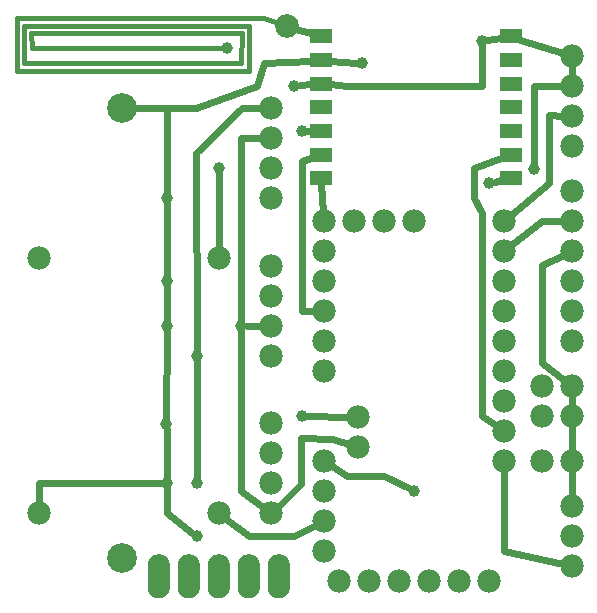
<source format=gtl>
G04 MADE WITH FRITZING*
G04 WWW.FRITZING.ORG*
G04 DOUBLE SIDED*
G04 HOLES PLATED*
G04 CONTOUR ON CENTER OF CONTOUR VECTOR*
%ASAXBY*%
%FSLAX23Y23*%
%MOIN*%
%OFA0B0*%
%SFA1.0B1.0*%
%ADD10C,0.039370*%
%ADD11C,0.079370*%
%ADD12C,0.099055*%
%ADD13C,0.078000*%
%ADD14C,0.074000*%
%ADD15R,0.075569X0.049806*%
%ADD16R,0.075569X0.049847*%
%ADD17C,0.024000*%
%ADD18C,0.016000*%
%ADD19R,0.001000X0.001000*%
%LNCOPPER1*%
G90*
G70*
G54D10*
X746Y1833D03*
X971Y1708D03*
G54D11*
X946Y1908D03*
G54D12*
X396Y133D03*
X396Y1633D03*
G54D10*
X1621Y1383D03*
G54D13*
X1896Y1808D03*
X1896Y1708D03*
X1896Y1608D03*
X1896Y1508D03*
X1896Y1358D03*
X1896Y1258D03*
X1896Y1158D03*
X1121Y58D03*
X1221Y58D03*
X1321Y58D03*
X1421Y58D03*
X1521Y58D03*
X1621Y58D03*
X1671Y458D03*
X1671Y558D03*
X1671Y658D03*
X1671Y758D03*
X1671Y858D03*
X1671Y958D03*
X1671Y1058D03*
X1671Y1158D03*
X1671Y1258D03*
X1671Y458D03*
X1671Y558D03*
X1671Y658D03*
X1671Y758D03*
X1671Y858D03*
X1671Y958D03*
X1671Y1058D03*
X1671Y1158D03*
X1671Y1258D03*
X1184Y604D03*
X1184Y504D03*
X1184Y604D03*
X1184Y504D03*
X894Y283D03*
X894Y383D03*
X894Y483D03*
X894Y583D03*
G54D10*
X1596Y1858D03*
G54D13*
X1071Y1258D03*
X1071Y1158D03*
X1071Y1058D03*
X1071Y958D03*
X1071Y858D03*
X1071Y758D03*
G54D10*
X1196Y1783D03*
G54D13*
X1071Y458D03*
X1071Y358D03*
X1071Y258D03*
X1071Y158D03*
X894Y1333D03*
X894Y1433D03*
X894Y1533D03*
X894Y1633D03*
G54D10*
X546Y1333D03*
X646Y383D03*
G54D13*
X1896Y708D03*
X1796Y708D03*
X1896Y708D03*
X1796Y708D03*
X1896Y608D03*
X1796Y608D03*
X1896Y608D03*
X1796Y608D03*
X1796Y458D03*
X1896Y458D03*
X1796Y458D03*
X1896Y458D03*
G54D10*
X1770Y1432D03*
G54D13*
X121Y283D03*
X121Y283D03*
X121Y1133D03*
X121Y1133D03*
X721Y1133D03*
X721Y1133D03*
X721Y283D03*
X721Y283D03*
G54D10*
X547Y383D03*
G54D14*
X721Y108D03*
X721Y108D03*
X721Y108D03*
X821Y108D03*
X821Y108D03*
X821Y108D03*
X921Y108D03*
X921Y108D03*
X921Y108D03*
X621Y108D03*
X621Y108D03*
X621Y108D03*
X521Y108D03*
X521Y108D03*
X521Y108D03*
G54D13*
X1171Y1258D03*
X1271Y1258D03*
X1371Y1258D03*
G54D10*
X996Y1558D03*
G54D13*
X1896Y108D03*
X1896Y208D03*
X1896Y308D03*
G54D10*
X1371Y358D03*
G54D13*
X894Y808D03*
X894Y908D03*
X894Y1008D03*
X894Y1108D03*
G54D10*
X996Y608D03*
X646Y207D03*
X719Y1433D03*
X546Y1058D03*
X545Y582D03*
X647Y809D03*
G54D13*
X1896Y1058D03*
X1896Y958D03*
X1896Y858D03*
G54D10*
X795Y907D03*
X546Y908D03*
G54D15*
X1059Y1400D03*
G54D16*
X1059Y1479D03*
G54D15*
X1059Y1558D03*
X1059Y1636D03*
X1059Y1715D03*
X1059Y1794D03*
X1059Y1873D03*
X1693Y1873D03*
X1693Y1794D03*
X1693Y1715D03*
X1693Y1636D03*
X1693Y1558D03*
G54D16*
X1693Y1479D03*
G54D15*
X1693Y1400D03*
G54D17*
X1660Y1467D02*
X1570Y1433D01*
G54D18*
D02*
X96Y1833D02*
X95Y1885D01*
G54D17*
D02*
X1596Y609D02*
X1646Y575D01*
D02*
X1570Y1433D02*
X1570Y1334D01*
G54D18*
D02*
X872Y1934D02*
X917Y1918D01*
D02*
X95Y1885D02*
X796Y1885D01*
D02*
X732Y1833D02*
X96Y1833D01*
D02*
X796Y1885D02*
X795Y1784D01*
D02*
X795Y1784D02*
X69Y1784D01*
D02*
X69Y1784D02*
X72Y1908D01*
D02*
X72Y1908D02*
X822Y1908D01*
D02*
X822Y1908D02*
X821Y1758D01*
D02*
X821Y1758D02*
X46Y1758D01*
D02*
X46Y1758D02*
X47Y1934D01*
D02*
X47Y1934D02*
X872Y1934D01*
G54D17*
D02*
X975Y1899D02*
X1027Y1883D01*
D02*
X1027Y1713D02*
X990Y1710D01*
D02*
X1639Y1388D02*
X1660Y1393D01*
D02*
X1660Y1867D02*
X1615Y1861D01*
D02*
X1146Y1709D02*
X1092Y1713D01*
D02*
X1596Y1708D02*
X1146Y1709D01*
D02*
X1596Y1839D02*
X1596Y1708D01*
D02*
X1177Y1785D02*
X1092Y1791D01*
D02*
X1027Y1792D02*
X870Y1784D01*
D02*
X546Y1634D02*
X436Y1633D01*
D02*
X870Y1784D02*
X847Y1708D01*
D02*
X1896Y1739D02*
X1896Y1778D01*
D02*
X847Y1708D02*
X645Y1634D01*
D02*
X1867Y1817D02*
X1725Y1862D01*
D02*
X1866Y1258D02*
X1796Y1259D01*
D02*
X995Y533D02*
X1096Y532D01*
D02*
X1096Y532D02*
X1155Y513D01*
D02*
X916Y304D02*
X995Y382D01*
D02*
X995Y382D02*
X995Y533D01*
D02*
X1061Y1381D02*
X1068Y1288D01*
D02*
X1027Y1558D02*
X1015Y1558D01*
D02*
X997Y1458D02*
X997Y957D01*
D02*
X1027Y1468D02*
X997Y1458D01*
D02*
X997Y957D02*
X1041Y958D01*
D02*
X1015Y608D02*
X1154Y604D01*
D02*
X795Y359D02*
X870Y302D01*
D02*
X795Y888D02*
X795Y359D01*
D02*
X795Y1534D02*
X795Y926D01*
D02*
X864Y1534D02*
X795Y1534D01*
D02*
X647Y790D02*
X646Y402D01*
D02*
X797Y1633D02*
X645Y1484D01*
D02*
X864Y1633D02*
X797Y1633D01*
D02*
X645Y1484D02*
X647Y828D01*
D02*
X1822Y1383D02*
X1822Y1610D01*
D02*
X1822Y1610D02*
X1866Y1609D01*
D02*
X1694Y1278D02*
X1822Y1383D01*
D02*
X546Y1634D02*
X436Y1633D01*
D02*
X546Y1634D02*
X546Y1352D01*
D02*
X1896Y678D02*
X1896Y639D01*
D02*
X1271Y408D02*
X1146Y408D01*
D02*
X1146Y408D02*
X1096Y442D01*
D02*
X1354Y367D02*
X1271Y408D01*
D02*
X547Y364D02*
X547Y284D01*
D02*
X547Y284D02*
X631Y219D01*
D02*
X1869Y1145D02*
X1797Y1110D01*
D02*
X1797Y1110D02*
X1796Y783D01*
D02*
X1796Y783D02*
X1872Y726D01*
D02*
X1770Y1451D02*
X1771Y1709D01*
D02*
X1771Y1709D02*
X1866Y1708D01*
D02*
X821Y208D02*
X745Y265D01*
D02*
X972Y208D02*
X821Y208D01*
D02*
X1044Y245D02*
X972Y208D01*
D02*
X120Y383D02*
X121Y314D01*
D02*
X528Y383D02*
X120Y383D01*
D02*
X546Y1077D02*
X546Y1314D01*
D02*
X546Y927D02*
X546Y1039D01*
D02*
X545Y601D02*
X546Y889D01*
D02*
X547Y402D02*
X546Y563D01*
D02*
X1596Y1285D02*
X1596Y609D01*
D02*
X1570Y1334D02*
X1596Y1285D01*
D02*
X1896Y489D02*
X1896Y578D01*
D02*
X1896Y428D02*
X1896Y339D01*
D02*
X1866Y115D02*
X1671Y159D01*
D02*
X1671Y159D02*
X1671Y428D01*
D02*
X719Y1414D02*
X721Y1164D01*
D02*
X814Y908D02*
X864Y908D01*
D02*
X1796Y1259D02*
X1694Y1177D01*
D02*
X645Y1634D02*
X546Y1634D01*
G54D19*
X513Y146D02*
X527Y146D01*
X613Y146D02*
X627Y146D01*
X713Y146D02*
X727Y146D01*
X813Y146D02*
X827Y146D01*
X913Y146D02*
X927Y146D01*
X509Y145D02*
X531Y145D01*
X609Y145D02*
X631Y145D01*
X709Y145D02*
X731Y145D01*
X809Y145D02*
X831Y145D01*
X909Y145D02*
X931Y145D01*
X506Y144D02*
X534Y144D01*
X606Y144D02*
X634Y144D01*
X706Y144D02*
X734Y144D01*
X806Y144D02*
X834Y144D01*
X906Y144D02*
X934Y144D01*
X504Y143D02*
X536Y143D01*
X604Y143D02*
X636Y143D01*
X704Y143D02*
X736Y143D01*
X804Y143D02*
X836Y143D01*
X904Y143D02*
X936Y143D01*
X502Y142D02*
X538Y142D01*
X602Y142D02*
X638Y142D01*
X702Y142D02*
X738Y142D01*
X802Y142D02*
X838Y142D01*
X902Y142D02*
X938Y142D01*
X501Y141D02*
X540Y141D01*
X601Y141D02*
X640Y141D01*
X701Y141D02*
X739Y141D01*
X801Y141D02*
X839Y141D01*
X901Y141D02*
X939Y141D01*
X499Y140D02*
X541Y140D01*
X599Y140D02*
X641Y140D01*
X699Y140D02*
X741Y140D01*
X799Y140D02*
X841Y140D01*
X899Y140D02*
X941Y140D01*
X498Y139D02*
X542Y139D01*
X598Y139D02*
X642Y139D01*
X698Y139D02*
X742Y139D01*
X798Y139D02*
X842Y139D01*
X898Y139D02*
X942Y139D01*
X497Y138D02*
X544Y138D01*
X597Y138D02*
X644Y138D01*
X697Y138D02*
X744Y138D01*
X797Y138D02*
X844Y138D01*
X897Y138D02*
X943Y138D01*
X496Y137D02*
X545Y137D01*
X595Y137D02*
X645Y137D01*
X695Y137D02*
X745Y137D01*
X795Y137D02*
X845Y137D01*
X895Y137D02*
X945Y137D01*
X494Y136D02*
X546Y136D01*
X594Y136D02*
X646Y136D01*
X694Y136D02*
X746Y136D01*
X794Y136D02*
X846Y136D01*
X894Y136D02*
X946Y136D01*
X494Y135D02*
X547Y135D01*
X593Y135D02*
X647Y135D01*
X693Y135D02*
X747Y135D01*
X793Y135D02*
X847Y135D01*
X893Y135D02*
X947Y135D01*
X493Y134D02*
X548Y134D01*
X593Y134D02*
X648Y134D01*
X693Y134D02*
X748Y134D01*
X793Y134D02*
X848Y134D01*
X892Y134D02*
X948Y134D01*
X492Y133D02*
X548Y133D01*
X592Y133D02*
X648Y133D01*
X692Y133D02*
X748Y133D01*
X792Y133D02*
X848Y133D01*
X892Y133D02*
X948Y133D01*
X491Y132D02*
X549Y132D01*
X591Y132D02*
X649Y132D01*
X691Y132D02*
X749Y132D01*
X791Y132D02*
X849Y132D01*
X891Y132D02*
X949Y132D01*
X490Y131D02*
X514Y131D01*
X526Y131D02*
X550Y131D01*
X590Y131D02*
X614Y131D01*
X626Y131D02*
X650Y131D01*
X690Y131D02*
X714Y131D01*
X726Y131D02*
X750Y131D01*
X790Y131D02*
X814Y131D01*
X826Y131D02*
X850Y131D01*
X890Y131D02*
X914Y131D01*
X926Y131D02*
X950Y131D01*
X490Y130D02*
X511Y130D01*
X529Y130D02*
X551Y130D01*
X590Y130D02*
X611Y130D01*
X629Y130D02*
X651Y130D01*
X690Y130D02*
X711Y130D01*
X729Y130D02*
X751Y130D01*
X790Y130D02*
X811Y130D01*
X829Y130D02*
X851Y130D01*
X889Y130D02*
X911Y130D01*
X929Y130D02*
X951Y130D01*
X489Y129D02*
X509Y129D01*
X531Y129D02*
X551Y129D01*
X589Y129D02*
X609Y129D01*
X631Y129D02*
X651Y129D01*
X689Y129D02*
X709Y129D01*
X731Y129D02*
X751Y129D01*
X789Y129D02*
X809Y129D01*
X831Y129D02*
X851Y129D01*
X889Y129D02*
X909Y129D01*
X931Y129D02*
X951Y129D01*
X488Y128D02*
X507Y128D01*
X533Y128D02*
X552Y128D01*
X588Y128D02*
X607Y128D01*
X633Y128D02*
X652Y128D01*
X688Y128D02*
X707Y128D01*
X733Y128D02*
X752Y128D01*
X788Y128D02*
X807Y128D01*
X833Y128D02*
X852Y128D01*
X888Y128D02*
X907Y128D01*
X933Y128D02*
X952Y128D01*
X488Y127D02*
X506Y127D01*
X534Y127D02*
X552Y127D01*
X588Y127D02*
X606Y127D01*
X634Y127D02*
X652Y127D01*
X688Y127D02*
X706Y127D01*
X734Y127D02*
X752Y127D01*
X788Y127D02*
X806Y127D01*
X834Y127D02*
X852Y127D01*
X888Y127D02*
X906Y127D01*
X934Y127D02*
X952Y127D01*
X487Y126D02*
X505Y126D01*
X535Y126D02*
X553Y126D01*
X587Y126D02*
X605Y126D01*
X635Y126D02*
X653Y126D01*
X687Y126D02*
X705Y126D01*
X735Y126D02*
X753Y126D01*
X787Y126D02*
X805Y126D01*
X835Y126D02*
X853Y126D01*
X887Y126D02*
X905Y126D01*
X935Y126D02*
X953Y126D01*
X487Y125D02*
X504Y125D01*
X537Y125D02*
X553Y125D01*
X587Y125D02*
X604Y125D01*
X636Y125D02*
X653Y125D01*
X687Y125D02*
X704Y125D01*
X736Y125D02*
X753Y125D01*
X787Y125D02*
X804Y125D01*
X836Y125D02*
X853Y125D01*
X887Y125D02*
X904Y125D01*
X936Y125D02*
X953Y125D01*
X486Y124D02*
X503Y124D01*
X537Y124D02*
X554Y124D01*
X586Y124D02*
X603Y124D01*
X637Y124D02*
X654Y124D01*
X686Y124D02*
X703Y124D01*
X737Y124D02*
X754Y124D01*
X786Y124D02*
X803Y124D01*
X837Y124D02*
X854Y124D01*
X886Y124D02*
X903Y124D01*
X937Y124D02*
X954Y124D01*
X486Y123D02*
X502Y123D01*
X538Y123D02*
X554Y123D01*
X586Y123D02*
X602Y123D01*
X638Y123D02*
X654Y123D01*
X686Y123D02*
X702Y123D01*
X738Y123D02*
X754Y123D01*
X786Y123D02*
X802Y123D01*
X838Y123D02*
X854Y123D01*
X886Y123D02*
X902Y123D01*
X938Y123D02*
X954Y123D01*
X486Y122D02*
X501Y122D01*
X539Y122D02*
X555Y122D01*
X586Y122D02*
X601Y122D01*
X639Y122D02*
X654Y122D01*
X686Y122D02*
X701Y122D01*
X739Y122D02*
X754Y122D01*
X786Y122D02*
X801Y122D01*
X839Y122D02*
X854Y122D01*
X886Y122D02*
X901Y122D01*
X939Y122D02*
X954Y122D01*
X485Y121D02*
X501Y121D01*
X539Y121D02*
X555Y121D01*
X585Y121D02*
X601Y121D01*
X639Y121D02*
X655Y121D01*
X685Y121D02*
X701Y121D01*
X739Y121D02*
X755Y121D01*
X785Y121D02*
X801Y121D01*
X839Y121D02*
X855Y121D01*
X885Y121D02*
X901Y121D01*
X939Y121D02*
X955Y121D01*
X485Y120D02*
X500Y120D01*
X540Y120D02*
X555Y120D01*
X585Y120D02*
X600Y120D01*
X640Y120D02*
X655Y120D01*
X685Y120D02*
X700Y120D01*
X740Y120D02*
X755Y120D01*
X785Y120D02*
X800Y120D01*
X840Y120D02*
X855Y120D01*
X885Y120D02*
X900Y120D01*
X940Y120D02*
X955Y120D01*
X485Y119D02*
X500Y119D01*
X541Y119D02*
X555Y119D01*
X585Y119D02*
X600Y119D01*
X641Y119D02*
X655Y119D01*
X685Y119D02*
X700Y119D01*
X741Y119D02*
X755Y119D01*
X785Y119D02*
X800Y119D01*
X840Y119D02*
X855Y119D01*
X885Y119D02*
X900Y119D01*
X940Y119D02*
X955Y119D01*
X485Y118D02*
X499Y118D01*
X541Y118D02*
X556Y118D01*
X585Y118D02*
X599Y118D01*
X641Y118D02*
X656Y118D01*
X684Y118D02*
X699Y118D01*
X741Y118D02*
X756Y118D01*
X784Y118D02*
X799Y118D01*
X841Y118D02*
X856Y118D01*
X884Y118D02*
X899Y118D01*
X941Y118D02*
X956Y118D01*
X484Y117D02*
X499Y117D01*
X541Y117D02*
X556Y117D01*
X584Y117D02*
X599Y117D01*
X641Y117D02*
X656Y117D01*
X684Y117D02*
X699Y117D01*
X741Y117D02*
X756Y117D01*
X784Y117D02*
X799Y117D01*
X841Y117D02*
X856Y117D01*
X884Y117D02*
X899Y117D01*
X941Y117D02*
X956Y117D01*
X484Y116D02*
X499Y116D01*
X542Y116D02*
X556Y116D01*
X584Y116D02*
X599Y116D01*
X642Y116D02*
X656Y116D01*
X684Y116D02*
X699Y116D01*
X742Y116D02*
X756Y116D01*
X784Y116D02*
X799Y116D01*
X842Y116D02*
X856Y116D01*
X884Y116D02*
X898Y116D01*
X942Y116D02*
X956Y116D01*
X484Y115D02*
X498Y115D01*
X542Y115D02*
X556Y115D01*
X584Y115D02*
X598Y115D01*
X642Y115D02*
X656Y115D01*
X684Y115D02*
X698Y115D01*
X742Y115D02*
X756Y115D01*
X784Y115D02*
X798Y115D01*
X842Y115D02*
X856Y115D01*
X884Y115D02*
X898Y115D01*
X942Y115D02*
X956Y115D01*
X484Y114D02*
X498Y114D01*
X542Y114D02*
X556Y114D01*
X584Y114D02*
X598Y114D01*
X642Y114D02*
X656Y114D01*
X684Y114D02*
X698Y114D01*
X742Y114D02*
X756Y114D01*
X784Y114D02*
X798Y114D01*
X842Y114D02*
X856Y114D01*
X884Y114D02*
X898Y114D01*
X942Y114D02*
X956Y114D01*
X484Y113D02*
X498Y113D01*
X542Y113D02*
X556Y113D01*
X584Y113D02*
X598Y113D01*
X642Y113D02*
X656Y113D01*
X684Y113D02*
X698Y113D01*
X742Y113D02*
X756Y113D01*
X784Y113D02*
X798Y113D01*
X842Y113D02*
X856Y113D01*
X884Y113D02*
X898Y113D01*
X942Y113D02*
X956Y113D01*
X484Y112D02*
X498Y112D01*
X542Y112D02*
X556Y112D01*
X584Y112D02*
X598Y112D01*
X642Y112D02*
X656Y112D01*
X684Y112D02*
X698Y112D01*
X742Y112D02*
X756Y112D01*
X784Y112D02*
X798Y112D01*
X842Y112D02*
X856Y112D01*
X884Y112D02*
X898Y112D01*
X942Y112D02*
X956Y112D01*
X484Y111D02*
X498Y111D01*
X543Y111D02*
X557Y111D01*
X584Y111D02*
X598Y111D01*
X643Y111D02*
X657Y111D01*
X684Y111D02*
X698Y111D01*
X742Y111D02*
X756Y111D01*
X784Y111D02*
X798Y111D01*
X842Y111D02*
X856Y111D01*
X884Y111D02*
X898Y111D01*
X942Y111D02*
X956Y111D01*
X484Y110D02*
X498Y110D01*
X543Y110D02*
X557Y110D01*
X584Y110D02*
X598Y110D01*
X643Y110D02*
X657Y110D01*
X684Y110D02*
X698Y110D01*
X743Y110D02*
X757Y110D01*
X784Y110D02*
X798Y110D01*
X843Y110D02*
X857Y110D01*
X884Y110D02*
X898Y110D01*
X942Y110D02*
X956Y110D01*
X484Y109D02*
X498Y109D01*
X543Y109D02*
X557Y109D01*
X584Y109D02*
X598Y109D01*
X643Y109D02*
X657Y109D01*
X684Y109D02*
X698Y109D01*
X743Y109D02*
X757Y109D01*
X784Y109D02*
X798Y109D01*
X842Y109D02*
X857Y109D01*
X884Y109D02*
X898Y109D01*
X942Y109D02*
X956Y109D01*
X484Y108D02*
X498Y108D01*
X542Y108D02*
X557Y108D01*
X584Y108D02*
X598Y108D01*
X642Y108D02*
X657Y108D01*
X684Y108D02*
X698Y108D01*
X742Y108D02*
X757Y108D01*
X784Y108D02*
X798Y108D01*
X842Y108D02*
X857Y108D01*
X884Y108D02*
X898Y108D01*
X942Y108D02*
X956Y108D01*
X484Y107D02*
X498Y107D01*
X542Y107D02*
X557Y107D01*
X584Y107D02*
X598Y107D01*
X642Y107D02*
X657Y107D01*
X684Y107D02*
X698Y107D01*
X742Y107D02*
X757Y107D01*
X784Y107D02*
X798Y107D01*
X842Y107D02*
X857Y107D01*
X884Y107D02*
X898Y107D01*
X942Y107D02*
X956Y107D01*
X484Y106D02*
X498Y106D01*
X542Y106D02*
X557Y106D01*
X584Y106D02*
X598Y106D01*
X642Y106D02*
X657Y106D01*
X684Y106D02*
X698Y106D01*
X742Y106D02*
X757Y106D01*
X784Y106D02*
X798Y106D01*
X842Y106D02*
X857Y106D01*
X884Y106D02*
X898Y106D01*
X942Y106D02*
X956Y106D01*
X484Y105D02*
X498Y105D01*
X542Y105D02*
X557Y105D01*
X584Y105D02*
X598Y105D01*
X642Y105D02*
X657Y105D01*
X684Y105D02*
X698Y105D01*
X742Y105D02*
X757Y105D01*
X784Y105D02*
X798Y105D01*
X842Y105D02*
X857Y105D01*
X884Y105D02*
X898Y105D01*
X942Y105D02*
X956Y105D01*
X484Y104D02*
X498Y104D01*
X542Y104D02*
X557Y104D01*
X584Y104D02*
X598Y104D01*
X642Y104D02*
X657Y104D01*
X684Y104D02*
X698Y104D01*
X742Y104D02*
X757Y104D01*
X784Y104D02*
X798Y104D01*
X842Y104D02*
X857Y104D01*
X884Y104D02*
X898Y104D01*
X942Y104D02*
X956Y104D01*
X484Y103D02*
X499Y103D01*
X541Y103D02*
X557Y103D01*
X584Y103D02*
X599Y103D01*
X641Y103D02*
X657Y103D01*
X684Y103D02*
X699Y103D01*
X741Y103D02*
X757Y103D01*
X784Y103D02*
X799Y103D01*
X841Y103D02*
X857Y103D01*
X884Y103D02*
X899Y103D01*
X941Y103D02*
X956Y103D01*
X484Y102D02*
X499Y102D01*
X541Y102D02*
X557Y102D01*
X584Y102D02*
X599Y102D01*
X641Y102D02*
X657Y102D01*
X684Y102D02*
X699Y102D01*
X741Y102D02*
X757Y102D01*
X784Y102D02*
X799Y102D01*
X841Y102D02*
X857Y102D01*
X884Y102D02*
X899Y102D01*
X941Y102D02*
X956Y102D01*
X484Y101D02*
X500Y101D01*
X541Y101D02*
X557Y101D01*
X584Y101D02*
X599Y101D01*
X641Y101D02*
X657Y101D01*
X684Y101D02*
X699Y101D01*
X741Y101D02*
X757Y101D01*
X784Y101D02*
X799Y101D01*
X841Y101D02*
X857Y101D01*
X884Y101D02*
X899Y101D01*
X941Y101D02*
X956Y101D01*
X484Y100D02*
X500Y100D01*
X540Y100D02*
X557Y100D01*
X584Y100D02*
X600Y100D01*
X640Y100D02*
X657Y100D01*
X684Y100D02*
X700Y100D01*
X740Y100D02*
X757Y100D01*
X784Y100D02*
X800Y100D01*
X840Y100D02*
X857Y100D01*
X884Y100D02*
X900Y100D01*
X940Y100D02*
X956Y100D01*
X484Y99D02*
X501Y99D01*
X540Y99D02*
X557Y99D01*
X584Y99D02*
X601Y99D01*
X640Y99D02*
X657Y99D01*
X684Y99D02*
X701Y99D01*
X740Y99D02*
X757Y99D01*
X784Y99D02*
X801Y99D01*
X840Y99D02*
X857Y99D01*
X884Y99D02*
X900Y99D01*
X940Y99D02*
X956Y99D01*
X484Y98D02*
X501Y98D01*
X539Y98D02*
X557Y98D01*
X584Y98D02*
X601Y98D01*
X639Y98D02*
X657Y98D01*
X684Y98D02*
X701Y98D01*
X739Y98D02*
X757Y98D01*
X784Y98D02*
X801Y98D01*
X839Y98D02*
X857Y98D01*
X884Y98D02*
X901Y98D01*
X939Y98D02*
X956Y98D01*
X484Y97D02*
X502Y97D01*
X538Y97D02*
X557Y97D01*
X584Y97D02*
X602Y97D01*
X638Y97D02*
X657Y97D01*
X684Y97D02*
X702Y97D01*
X738Y97D02*
X757Y97D01*
X784Y97D02*
X802Y97D01*
X838Y97D02*
X857Y97D01*
X884Y97D02*
X902Y97D01*
X938Y97D02*
X956Y97D01*
X484Y96D02*
X503Y96D01*
X538Y96D02*
X557Y96D01*
X584Y96D02*
X603Y96D01*
X638Y96D02*
X657Y96D01*
X684Y96D02*
X703Y96D01*
X737Y96D02*
X757Y96D01*
X784Y96D02*
X803Y96D01*
X837Y96D02*
X857Y96D01*
X884Y96D02*
X903Y96D01*
X937Y96D02*
X956Y96D01*
X484Y95D02*
X503Y95D01*
X537Y95D02*
X557Y95D01*
X584Y95D02*
X603Y95D01*
X637Y95D02*
X657Y95D01*
X684Y95D02*
X703Y95D01*
X737Y95D02*
X757Y95D01*
X784Y95D02*
X803Y95D01*
X837Y95D02*
X857Y95D01*
X884Y95D02*
X903Y95D01*
X937Y95D02*
X956Y95D01*
X484Y94D02*
X504Y94D01*
X536Y94D02*
X557Y94D01*
X584Y94D02*
X604Y94D01*
X636Y94D02*
X657Y94D01*
X684Y94D02*
X704Y94D01*
X736Y94D02*
X757Y94D01*
X784Y94D02*
X804Y94D01*
X836Y94D02*
X857Y94D01*
X884Y94D02*
X904Y94D01*
X936Y94D02*
X956Y94D01*
X484Y93D02*
X506Y93D01*
X535Y93D02*
X557Y93D01*
X584Y93D02*
X606Y93D01*
X635Y93D02*
X657Y93D01*
X684Y93D02*
X706Y93D01*
X734Y93D02*
X757Y93D01*
X784Y93D02*
X806Y93D01*
X834Y93D02*
X857Y93D01*
X884Y93D02*
X906Y93D01*
X934Y93D02*
X956Y93D01*
X484Y92D02*
X507Y92D01*
X533Y92D02*
X557Y92D01*
X584Y92D02*
X607Y92D01*
X633Y92D02*
X657Y92D01*
X684Y92D02*
X707Y92D01*
X733Y92D02*
X757Y92D01*
X784Y92D02*
X807Y92D01*
X833Y92D02*
X857Y92D01*
X884Y92D02*
X907Y92D01*
X933Y92D02*
X956Y92D01*
X484Y91D02*
X508Y91D01*
X532Y91D02*
X557Y91D01*
X584Y91D02*
X608Y91D01*
X632Y91D02*
X657Y91D01*
X684Y91D02*
X708Y91D01*
X732Y91D02*
X757Y91D01*
X784Y91D02*
X808Y91D01*
X832Y91D02*
X857Y91D01*
X884Y91D02*
X908Y91D01*
X932Y91D02*
X956Y91D01*
X484Y90D02*
X510Y90D01*
X530Y90D02*
X557Y90D01*
X584Y90D02*
X610Y90D01*
X630Y90D02*
X657Y90D01*
X684Y90D02*
X710Y90D01*
X730Y90D02*
X757Y90D01*
X784Y90D02*
X810Y90D01*
X830Y90D02*
X857Y90D01*
X884Y90D02*
X910Y90D01*
X930Y90D02*
X956Y90D01*
X484Y89D02*
X513Y89D01*
X527Y89D02*
X557Y89D01*
X584Y89D02*
X613Y89D01*
X627Y89D02*
X657Y89D01*
X684Y89D02*
X713Y89D01*
X727Y89D02*
X757Y89D01*
X784Y89D02*
X813Y89D01*
X827Y89D02*
X857Y89D01*
X884Y89D02*
X913Y89D01*
X927Y89D02*
X956Y89D01*
X484Y88D02*
X517Y88D01*
X523Y88D02*
X557Y88D01*
X584Y88D02*
X617Y88D01*
X623Y88D02*
X657Y88D01*
X684Y88D02*
X717Y88D01*
X723Y88D02*
X757Y88D01*
X784Y88D02*
X817Y88D01*
X823Y88D02*
X857Y88D01*
X884Y88D02*
X917Y88D01*
X923Y88D02*
X956Y88D01*
X484Y87D02*
X557Y87D01*
X584Y87D02*
X657Y87D01*
X684Y87D02*
X757Y87D01*
X784Y87D02*
X857Y87D01*
X884Y87D02*
X956Y87D01*
X484Y86D02*
X557Y86D01*
X584Y86D02*
X657Y86D01*
X684Y86D02*
X757Y86D01*
X784Y86D02*
X857Y86D01*
X884Y86D02*
X956Y86D01*
X484Y85D02*
X557Y85D01*
X584Y85D02*
X657Y85D01*
X684Y85D02*
X757Y85D01*
X784Y85D02*
X857Y85D01*
X884Y85D02*
X956Y85D01*
X484Y84D02*
X557Y84D01*
X584Y84D02*
X657Y84D01*
X684Y84D02*
X757Y84D01*
X784Y84D02*
X857Y84D01*
X884Y84D02*
X956Y84D01*
X484Y83D02*
X557Y83D01*
X584Y83D02*
X657Y83D01*
X684Y83D02*
X757Y83D01*
X784Y83D02*
X857Y83D01*
X884Y83D02*
X956Y83D01*
X484Y82D02*
X557Y82D01*
X584Y82D02*
X657Y82D01*
X684Y82D02*
X757Y82D01*
X784Y82D02*
X857Y82D01*
X884Y82D02*
X956Y82D01*
X484Y81D02*
X557Y81D01*
X584Y81D02*
X657Y81D01*
X684Y81D02*
X757Y81D01*
X784Y81D02*
X857Y81D01*
X884Y81D02*
X956Y81D01*
X484Y80D02*
X557Y80D01*
X584Y80D02*
X657Y80D01*
X684Y80D02*
X757Y80D01*
X784Y80D02*
X857Y80D01*
X884Y80D02*
X956Y80D01*
X484Y79D02*
X557Y79D01*
X584Y79D02*
X657Y79D01*
X684Y79D02*
X757Y79D01*
X784Y79D02*
X857Y79D01*
X884Y79D02*
X956Y79D01*
X484Y78D02*
X557Y78D01*
X584Y78D02*
X657Y78D01*
X684Y78D02*
X757Y78D01*
X784Y78D02*
X857Y78D01*
X884Y78D02*
X956Y78D01*
X484Y77D02*
X557Y77D01*
X584Y77D02*
X657Y77D01*
X684Y77D02*
X757Y77D01*
X784Y77D02*
X857Y77D01*
X884Y77D02*
X956Y77D01*
X484Y76D02*
X557Y76D01*
X584Y76D02*
X657Y76D01*
X684Y76D02*
X757Y76D01*
X784Y76D02*
X857Y76D01*
X884Y76D02*
X956Y76D01*
X484Y75D02*
X557Y75D01*
X584Y75D02*
X657Y75D01*
X684Y75D02*
X757Y75D01*
X784Y75D02*
X857Y75D01*
X884Y75D02*
X956Y75D01*
X484Y74D02*
X557Y74D01*
X584Y74D02*
X657Y74D01*
X684Y74D02*
X757Y74D01*
X784Y74D02*
X857Y74D01*
X884Y74D02*
X956Y74D01*
X484Y73D02*
X557Y73D01*
X584Y73D02*
X657Y73D01*
X684Y73D02*
X757Y73D01*
X784Y73D02*
X857Y73D01*
X884Y73D02*
X956Y73D01*
X484Y72D02*
X557Y72D01*
X584Y72D02*
X657Y72D01*
X684Y72D02*
X757Y72D01*
X784Y72D02*
X857Y72D01*
X884Y72D02*
X956Y72D01*
X484Y71D02*
X557Y71D01*
X584Y71D02*
X657Y71D01*
X684Y71D02*
X757Y71D01*
X784Y71D02*
X857Y71D01*
X884Y71D02*
X956Y71D01*
X484Y70D02*
X557Y70D01*
X584Y70D02*
X657Y70D01*
X684Y70D02*
X757Y70D01*
X784Y70D02*
X857Y70D01*
X884Y70D02*
X956Y70D01*
X484Y69D02*
X557Y69D01*
X584Y69D02*
X657Y69D01*
X684Y69D02*
X757Y69D01*
X784Y69D02*
X857Y69D01*
X884Y69D02*
X956Y69D01*
X484Y68D02*
X557Y68D01*
X584Y68D02*
X657Y68D01*
X684Y68D02*
X757Y68D01*
X784Y68D02*
X857Y68D01*
X884Y68D02*
X956Y68D01*
X484Y67D02*
X557Y67D01*
X584Y67D02*
X657Y67D01*
X684Y67D02*
X757Y67D01*
X784Y67D02*
X857Y67D01*
X884Y67D02*
X956Y67D01*
X484Y66D02*
X557Y66D01*
X584Y66D02*
X657Y66D01*
X684Y66D02*
X757Y66D01*
X784Y66D02*
X857Y66D01*
X884Y66D02*
X956Y66D01*
X484Y65D02*
X557Y65D01*
X584Y65D02*
X657Y65D01*
X684Y65D02*
X757Y65D01*
X784Y65D02*
X857Y65D01*
X884Y65D02*
X956Y65D01*
X484Y64D02*
X557Y64D01*
X584Y64D02*
X657Y64D01*
X684Y64D02*
X757Y64D01*
X784Y64D02*
X857Y64D01*
X884Y64D02*
X956Y64D01*
X484Y63D02*
X557Y63D01*
X584Y63D02*
X657Y63D01*
X684Y63D02*
X757Y63D01*
X784Y63D02*
X857Y63D01*
X884Y63D02*
X956Y63D01*
X484Y62D02*
X557Y62D01*
X584Y62D02*
X657Y62D01*
X684Y62D02*
X757Y62D01*
X784Y62D02*
X857Y62D01*
X884Y62D02*
X956Y62D01*
X484Y61D02*
X557Y61D01*
X584Y61D02*
X657Y61D01*
X684Y61D02*
X757Y61D01*
X784Y61D02*
X857Y61D01*
X884Y61D02*
X956Y61D01*
X484Y60D02*
X557Y60D01*
X584Y60D02*
X657Y60D01*
X684Y60D02*
X757Y60D01*
X784Y60D02*
X857Y60D01*
X884Y60D02*
X956Y60D01*
X484Y59D02*
X557Y59D01*
X584Y59D02*
X657Y59D01*
X684Y59D02*
X757Y59D01*
X784Y59D02*
X857Y59D01*
X884Y59D02*
X956Y59D01*
X484Y58D02*
X557Y58D01*
X584Y58D02*
X657Y58D01*
X684Y58D02*
X757Y58D01*
X784Y58D02*
X857Y58D01*
X884Y58D02*
X956Y58D01*
X484Y57D02*
X557Y57D01*
X584Y57D02*
X657Y57D01*
X684Y57D02*
X757Y57D01*
X784Y57D02*
X857Y57D01*
X884Y57D02*
X956Y57D01*
X484Y56D02*
X557Y56D01*
X584Y56D02*
X657Y56D01*
X684Y56D02*
X757Y56D01*
X784Y56D02*
X857Y56D01*
X884Y56D02*
X956Y56D01*
X484Y55D02*
X557Y55D01*
X584Y55D02*
X657Y55D01*
X684Y55D02*
X757Y55D01*
X784Y55D02*
X857Y55D01*
X884Y55D02*
X956Y55D01*
X484Y54D02*
X557Y54D01*
X584Y54D02*
X657Y54D01*
X684Y54D02*
X757Y54D01*
X784Y54D02*
X857Y54D01*
X884Y54D02*
X956Y54D01*
X484Y53D02*
X557Y53D01*
X584Y53D02*
X657Y53D01*
X684Y53D02*
X757Y53D01*
X784Y53D02*
X857Y53D01*
X884Y53D02*
X956Y53D01*
X484Y52D02*
X557Y52D01*
X584Y52D02*
X657Y52D01*
X684Y52D02*
X757Y52D01*
X784Y52D02*
X857Y52D01*
X884Y52D02*
X956Y52D01*
X484Y51D02*
X557Y51D01*
X584Y51D02*
X657Y51D01*
X684Y51D02*
X757Y51D01*
X784Y51D02*
X857Y51D01*
X884Y51D02*
X956Y51D01*
X484Y50D02*
X557Y50D01*
X584Y50D02*
X657Y50D01*
X684Y50D02*
X757Y50D01*
X784Y50D02*
X857Y50D01*
X884Y50D02*
X956Y50D01*
X484Y49D02*
X557Y49D01*
X584Y49D02*
X657Y49D01*
X684Y49D02*
X757Y49D01*
X784Y49D02*
X857Y49D01*
X884Y49D02*
X956Y49D01*
X484Y48D02*
X557Y48D01*
X584Y48D02*
X657Y48D01*
X684Y48D02*
X757Y48D01*
X784Y48D02*
X857Y48D01*
X884Y48D02*
X956Y48D01*
X484Y47D02*
X557Y47D01*
X584Y47D02*
X657Y47D01*
X684Y47D02*
X757Y47D01*
X784Y47D02*
X857Y47D01*
X884Y47D02*
X956Y47D01*
X484Y46D02*
X557Y46D01*
X584Y46D02*
X657Y46D01*
X684Y46D02*
X757Y46D01*
X784Y46D02*
X857Y46D01*
X884Y46D02*
X956Y46D01*
X484Y45D02*
X557Y45D01*
X584Y45D02*
X657Y45D01*
X684Y45D02*
X757Y45D01*
X784Y45D02*
X857Y45D01*
X884Y45D02*
X956Y45D01*
X484Y44D02*
X557Y44D01*
X584Y44D02*
X657Y44D01*
X684Y44D02*
X757Y44D01*
X784Y44D02*
X857Y44D01*
X884Y44D02*
X956Y44D01*
X484Y43D02*
X557Y43D01*
X584Y43D02*
X657Y43D01*
X684Y43D02*
X757Y43D01*
X784Y43D02*
X857Y43D01*
X884Y43D02*
X956Y43D01*
X484Y42D02*
X557Y42D01*
X584Y42D02*
X657Y42D01*
X684Y42D02*
X757Y42D01*
X784Y42D02*
X857Y42D01*
X884Y42D02*
X956Y42D01*
X484Y41D02*
X557Y41D01*
X584Y41D02*
X657Y41D01*
X684Y41D02*
X757Y41D01*
X784Y41D02*
X857Y41D01*
X884Y41D02*
X956Y41D01*
X484Y40D02*
X557Y40D01*
X584Y40D02*
X657Y40D01*
X684Y40D02*
X757Y40D01*
X784Y40D02*
X857Y40D01*
X884Y40D02*
X956Y40D01*
X484Y39D02*
X557Y39D01*
X584Y39D02*
X657Y39D01*
X684Y39D02*
X757Y39D01*
X784Y39D02*
X857Y39D01*
X884Y39D02*
X956Y39D01*
X484Y38D02*
X557Y38D01*
X584Y38D02*
X657Y38D01*
X684Y38D02*
X757Y38D01*
X784Y38D02*
X857Y38D01*
X884Y38D02*
X956Y38D01*
X484Y37D02*
X557Y37D01*
X584Y37D02*
X657Y37D01*
X684Y37D02*
X757Y37D01*
X784Y37D02*
X857Y37D01*
X884Y37D02*
X956Y37D01*
X484Y36D02*
X557Y36D01*
X584Y36D02*
X657Y36D01*
X684Y36D02*
X757Y36D01*
X784Y36D02*
X857Y36D01*
X884Y36D02*
X956Y36D01*
X484Y35D02*
X557Y35D01*
X584Y35D02*
X657Y35D01*
X684Y35D02*
X756Y35D01*
X784Y35D02*
X856Y35D01*
X884Y35D02*
X956Y35D01*
X484Y34D02*
X556Y34D01*
X584Y34D02*
X656Y34D01*
X684Y34D02*
X756Y34D01*
X784Y34D02*
X856Y34D01*
X884Y34D02*
X956Y34D01*
X484Y33D02*
X556Y33D01*
X584Y33D02*
X656Y33D01*
X684Y33D02*
X756Y33D01*
X784Y33D02*
X856Y33D01*
X884Y33D02*
X956Y33D01*
X484Y32D02*
X556Y32D01*
X584Y32D02*
X656Y32D01*
X684Y32D02*
X756Y32D01*
X784Y32D02*
X856Y32D01*
X884Y32D02*
X956Y32D01*
X484Y31D02*
X556Y31D01*
X584Y31D02*
X656Y31D01*
X684Y31D02*
X756Y31D01*
X784Y31D02*
X856Y31D01*
X884Y31D02*
X956Y31D01*
X484Y30D02*
X556Y30D01*
X584Y30D02*
X656Y30D01*
X684Y30D02*
X756Y30D01*
X784Y30D02*
X856Y30D01*
X884Y30D02*
X956Y30D01*
X484Y29D02*
X556Y29D01*
X584Y29D02*
X656Y29D01*
X684Y29D02*
X756Y29D01*
X784Y29D02*
X856Y29D01*
X884Y29D02*
X956Y29D01*
X484Y28D02*
X556Y28D01*
X584Y28D02*
X656Y28D01*
X684Y28D02*
X756Y28D01*
X784Y28D02*
X856Y28D01*
X884Y28D02*
X956Y28D01*
X485Y27D02*
X555Y27D01*
X585Y27D02*
X655Y27D01*
X685Y27D02*
X755Y27D01*
X785Y27D02*
X855Y27D01*
X885Y27D02*
X955Y27D01*
X485Y26D02*
X555Y26D01*
X585Y26D02*
X655Y26D01*
X685Y26D02*
X755Y26D01*
X785Y26D02*
X855Y26D01*
X885Y26D02*
X955Y26D01*
X485Y25D02*
X555Y25D01*
X585Y25D02*
X655Y25D01*
X685Y25D02*
X755Y25D01*
X785Y25D02*
X855Y25D01*
X885Y25D02*
X955Y25D01*
X486Y24D02*
X555Y24D01*
X586Y24D02*
X655Y24D01*
X686Y24D02*
X755Y24D01*
X786Y24D02*
X855Y24D01*
X885Y24D02*
X954Y24D01*
X486Y23D02*
X554Y23D01*
X586Y23D02*
X654Y23D01*
X686Y23D02*
X754Y23D01*
X786Y23D02*
X854Y23D01*
X886Y23D02*
X954Y23D01*
X486Y22D02*
X554Y22D01*
X586Y22D02*
X654Y22D01*
X686Y22D02*
X754Y22D01*
X786Y22D02*
X854Y22D01*
X886Y22D02*
X954Y22D01*
X487Y21D02*
X553Y21D01*
X587Y21D02*
X653Y21D01*
X687Y21D02*
X753Y21D01*
X787Y21D02*
X853Y21D01*
X887Y21D02*
X953Y21D01*
X487Y20D02*
X553Y20D01*
X587Y20D02*
X653Y20D01*
X687Y20D02*
X753Y20D01*
X787Y20D02*
X853Y20D01*
X887Y20D02*
X953Y20D01*
X488Y19D02*
X552Y19D01*
X588Y19D02*
X652Y19D01*
X688Y19D02*
X752Y19D01*
X788Y19D02*
X852Y19D01*
X888Y19D02*
X952Y19D01*
X488Y18D02*
X552Y18D01*
X588Y18D02*
X652Y18D01*
X688Y18D02*
X752Y18D01*
X788Y18D02*
X852Y18D01*
X888Y18D02*
X952Y18D01*
X489Y17D02*
X551Y17D01*
X589Y17D02*
X651Y17D01*
X689Y17D02*
X751Y17D01*
X789Y17D02*
X851Y17D01*
X889Y17D02*
X951Y17D01*
X489Y16D02*
X551Y16D01*
X589Y16D02*
X651Y16D01*
X689Y16D02*
X751Y16D01*
X789Y16D02*
X851Y16D01*
X889Y16D02*
X951Y16D01*
X490Y15D02*
X550Y15D01*
X590Y15D02*
X650Y15D01*
X690Y15D02*
X750Y15D01*
X790Y15D02*
X850Y15D01*
X890Y15D02*
X950Y15D01*
X491Y14D02*
X549Y14D01*
X591Y14D02*
X649Y14D01*
X691Y14D02*
X749Y14D01*
X791Y14D02*
X849Y14D01*
X891Y14D02*
X949Y14D01*
X492Y13D02*
X549Y13D01*
X592Y13D02*
X649Y13D01*
X692Y13D02*
X749Y13D01*
X791Y13D02*
X849Y13D01*
X891Y13D02*
X949Y13D01*
X492Y12D02*
X548Y12D01*
X592Y12D02*
X648Y12D01*
X692Y12D02*
X748Y12D01*
X792Y12D02*
X848Y12D01*
X892Y12D02*
X948Y12D01*
X493Y11D02*
X547Y11D01*
X593Y11D02*
X647Y11D01*
X693Y11D02*
X747Y11D01*
X793Y11D02*
X847Y11D01*
X893Y11D02*
X947Y11D01*
X494Y10D02*
X546Y10D01*
X594Y10D02*
X646Y10D01*
X694Y10D02*
X746Y10D01*
X794Y10D02*
X846Y10D01*
X894Y10D02*
X946Y10D01*
X495Y9D02*
X545Y9D01*
X595Y9D02*
X645Y9D01*
X695Y9D02*
X745Y9D01*
X795Y9D02*
X845Y9D01*
X895Y9D02*
X945Y9D01*
X496Y8D02*
X544Y8D01*
X596Y8D02*
X644Y8D01*
X696Y8D02*
X744Y8D01*
X796Y8D02*
X844Y8D01*
X896Y8D02*
X944Y8D01*
X498Y7D02*
X543Y7D01*
X598Y7D02*
X643Y7D01*
X697Y7D02*
X743Y7D01*
X797Y7D02*
X843Y7D01*
X897Y7D02*
X943Y7D01*
X499Y6D02*
X541Y6D01*
X599Y6D02*
X641Y6D01*
X699Y6D02*
X741Y6D01*
X799Y6D02*
X841Y6D01*
X899Y6D02*
X941Y6D01*
X500Y5D02*
X540Y5D01*
X600Y5D02*
X640Y5D01*
X700Y5D02*
X740Y5D01*
X800Y5D02*
X840Y5D01*
X900Y5D02*
X940Y5D01*
X502Y4D02*
X538Y4D01*
X602Y4D02*
X638Y4D01*
X702Y4D02*
X738Y4D01*
X802Y4D02*
X838Y4D01*
X902Y4D02*
X938Y4D01*
X504Y3D02*
X536Y3D01*
X604Y3D02*
X636Y3D01*
X704Y3D02*
X736Y3D01*
X804Y3D02*
X836Y3D01*
X904Y3D02*
X936Y3D01*
X506Y2D02*
X534Y2D01*
X606Y2D02*
X634Y2D01*
X706Y2D02*
X734Y2D01*
X806Y2D02*
X834Y2D01*
X906Y2D02*
X934Y2D01*
X508Y1D02*
X532Y1D01*
X608Y1D02*
X632Y1D01*
X708Y1D02*
X732Y1D01*
X808Y1D02*
X832Y1D01*
X908Y1D02*
X932Y1D01*
X512Y0D02*
X528Y0D01*
X612Y0D02*
X628Y0D01*
X712Y0D02*
X728Y0D01*
X812Y0D02*
X828Y0D01*
X912Y0D02*
X928Y0D01*
D02*
G04 End of Copper1*
M02*
</source>
